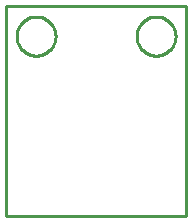
<source format=gbr>
G04 EAGLE Gerber RS-274X export*
G75*
%MOMM*%
%FSLAX34Y34*%
%LPD*%
%IN*%
%IPPOS*%
%AMOC8*
5,1,8,0,0,1.08239X$1,22.5*%
G01*
%ADD10C,0.254000*%


D10*
X0Y0D02*
X152400Y0D01*
X152400Y177800D01*
X0Y177800D01*
X0Y0D01*
X110490Y152940D02*
X110561Y154019D01*
X110702Y155091D01*
X110913Y156151D01*
X111192Y157195D01*
X111540Y158219D01*
X111954Y159217D01*
X112432Y160187D01*
X112972Y161123D01*
X113573Y162022D01*
X114231Y162879D01*
X114944Y163692D01*
X115708Y164457D01*
X116521Y165169D01*
X117378Y165827D01*
X118277Y166428D01*
X119213Y166968D01*
X120183Y167446D01*
X121181Y167860D01*
X122205Y168208D01*
X123249Y168487D01*
X124309Y168698D01*
X125381Y168839D01*
X126460Y168910D01*
X127540Y168910D01*
X128619Y168839D01*
X129691Y168698D01*
X130751Y168487D01*
X131795Y168208D01*
X132819Y167860D01*
X133817Y167446D01*
X134787Y166968D01*
X135723Y166428D01*
X136622Y165827D01*
X137479Y165169D01*
X138292Y164457D01*
X139057Y163692D01*
X139769Y162879D01*
X140427Y162022D01*
X141028Y161123D01*
X141568Y160187D01*
X142046Y159217D01*
X142460Y158219D01*
X142808Y157195D01*
X143087Y156151D01*
X143298Y155091D01*
X143439Y154019D01*
X143510Y152940D01*
X143510Y151860D01*
X143439Y150781D01*
X143298Y149709D01*
X143087Y148649D01*
X142808Y147605D01*
X142460Y146581D01*
X142046Y145583D01*
X141568Y144613D01*
X141028Y143677D01*
X140427Y142778D01*
X139769Y141921D01*
X139057Y141108D01*
X138292Y140344D01*
X137479Y139631D01*
X136622Y138973D01*
X135723Y138372D01*
X134787Y137832D01*
X133817Y137354D01*
X132819Y136940D01*
X131795Y136592D01*
X130751Y136313D01*
X129691Y136102D01*
X128619Y135961D01*
X127540Y135890D01*
X126460Y135890D01*
X125381Y135961D01*
X124309Y136102D01*
X123249Y136313D01*
X122205Y136592D01*
X121181Y136940D01*
X120183Y137354D01*
X119213Y137832D01*
X118277Y138372D01*
X117378Y138973D01*
X116521Y139631D01*
X115708Y140344D01*
X114944Y141108D01*
X114231Y141921D01*
X113573Y142778D01*
X112972Y143677D01*
X112432Y144613D01*
X111954Y145583D01*
X111540Y146581D01*
X111192Y147605D01*
X110913Y148649D01*
X110702Y149709D01*
X110561Y150781D01*
X110490Y151860D01*
X110490Y152940D01*
X8890Y152940D02*
X8961Y154019D01*
X9102Y155091D01*
X9313Y156151D01*
X9592Y157195D01*
X9940Y158219D01*
X10354Y159217D01*
X10832Y160187D01*
X11372Y161123D01*
X11973Y162022D01*
X12631Y162879D01*
X13344Y163692D01*
X14108Y164457D01*
X14921Y165169D01*
X15778Y165827D01*
X16677Y166428D01*
X17613Y166968D01*
X18583Y167446D01*
X19581Y167860D01*
X20605Y168208D01*
X21649Y168487D01*
X22709Y168698D01*
X23781Y168839D01*
X24860Y168910D01*
X25940Y168910D01*
X27019Y168839D01*
X28091Y168698D01*
X29151Y168487D01*
X30195Y168208D01*
X31219Y167860D01*
X32217Y167446D01*
X33187Y166968D01*
X34123Y166428D01*
X35022Y165827D01*
X35879Y165169D01*
X36692Y164457D01*
X37457Y163692D01*
X38169Y162879D01*
X38827Y162022D01*
X39428Y161123D01*
X39968Y160187D01*
X40446Y159217D01*
X40860Y158219D01*
X41208Y157195D01*
X41487Y156151D01*
X41698Y155091D01*
X41839Y154019D01*
X41910Y152940D01*
X41910Y151860D01*
X41839Y150781D01*
X41698Y149709D01*
X41487Y148649D01*
X41208Y147605D01*
X40860Y146581D01*
X40446Y145583D01*
X39968Y144613D01*
X39428Y143677D01*
X38827Y142778D01*
X38169Y141921D01*
X37457Y141108D01*
X36692Y140344D01*
X35879Y139631D01*
X35022Y138973D01*
X34123Y138372D01*
X33187Y137832D01*
X32217Y137354D01*
X31219Y136940D01*
X30195Y136592D01*
X29151Y136313D01*
X28091Y136102D01*
X27019Y135961D01*
X25940Y135890D01*
X24860Y135890D01*
X23781Y135961D01*
X22709Y136102D01*
X21649Y136313D01*
X20605Y136592D01*
X19581Y136940D01*
X18583Y137354D01*
X17613Y137832D01*
X16677Y138372D01*
X15778Y138973D01*
X14921Y139631D01*
X14108Y140344D01*
X13344Y141108D01*
X12631Y141921D01*
X11973Y142778D01*
X11372Y143677D01*
X10832Y144613D01*
X10354Y145583D01*
X9940Y146581D01*
X9592Y147605D01*
X9313Y148649D01*
X9102Y149709D01*
X8961Y150781D01*
X8890Y151860D01*
X8890Y152940D01*
M02*

</source>
